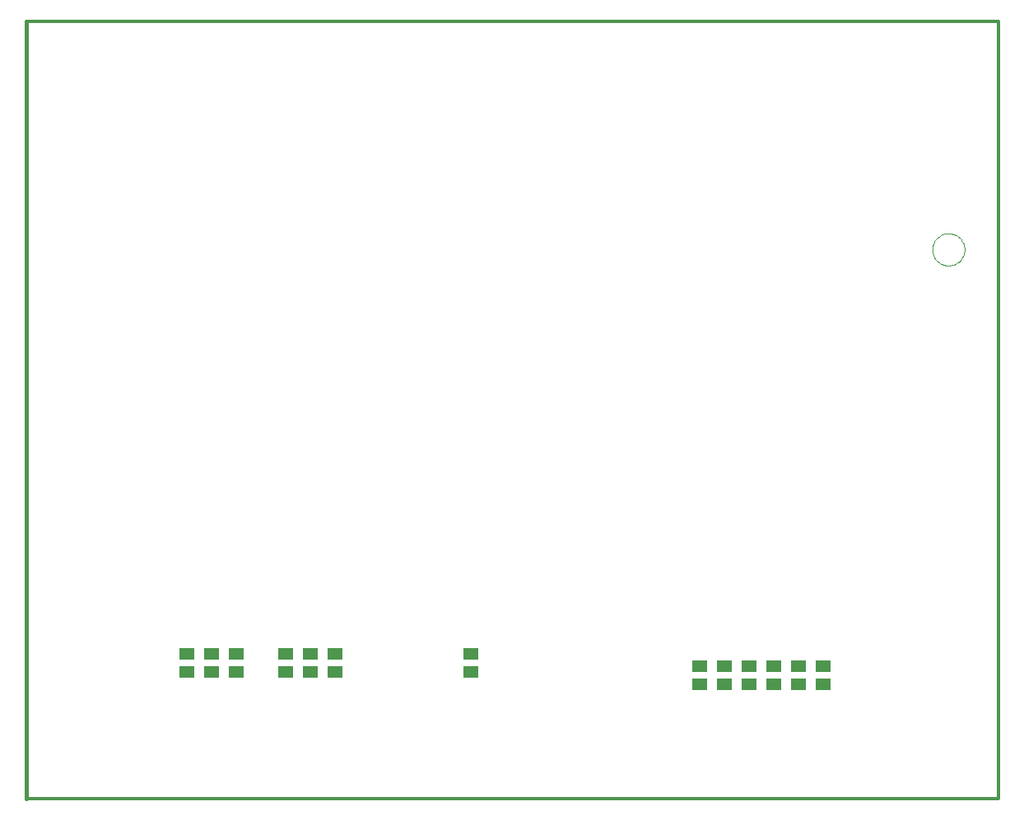
<source format=gbp>
G75*
%MOIN*%
%OFA0B0*%
%FSLAX24Y24*%
%IPPOS*%
%LPD*%
%AMOC8*
5,1,8,0,0,1.08239X$1,22.5*
%
%ADD10C,0.0120*%
%ADD11C,0.0160*%
%ADD12C,0.0000*%
%ADD13R,0.0591X0.0512*%
D10*
X013160Y000180D02*
X052530Y000180D01*
X052530Y031676D01*
X013160Y031676D01*
D11*
X013160Y000180D01*
D12*
X049848Y022430D02*
X049850Y022480D01*
X049856Y022530D01*
X049866Y022580D01*
X049879Y022628D01*
X049896Y022676D01*
X049917Y022722D01*
X049941Y022766D01*
X049969Y022808D01*
X050000Y022848D01*
X050034Y022885D01*
X050071Y022920D01*
X050110Y022951D01*
X050151Y022980D01*
X050195Y023005D01*
X050241Y023027D01*
X050288Y023045D01*
X050336Y023059D01*
X050385Y023070D01*
X050435Y023077D01*
X050485Y023080D01*
X050536Y023079D01*
X050586Y023074D01*
X050636Y023065D01*
X050684Y023053D01*
X050732Y023036D01*
X050778Y023016D01*
X050823Y022993D01*
X050866Y022966D01*
X050906Y022936D01*
X050944Y022903D01*
X050979Y022867D01*
X051012Y022828D01*
X051041Y022787D01*
X051067Y022744D01*
X051090Y022699D01*
X051109Y022652D01*
X051124Y022604D01*
X051136Y022555D01*
X051144Y022505D01*
X051148Y022455D01*
X051148Y022405D01*
X051144Y022355D01*
X051136Y022305D01*
X051124Y022256D01*
X051109Y022208D01*
X051090Y022161D01*
X051067Y022116D01*
X051041Y022073D01*
X051012Y022032D01*
X050979Y021993D01*
X050944Y021957D01*
X050906Y021924D01*
X050866Y021894D01*
X050823Y021867D01*
X050778Y021844D01*
X050732Y021824D01*
X050684Y021807D01*
X050636Y021795D01*
X050586Y021786D01*
X050536Y021781D01*
X050485Y021780D01*
X050435Y021783D01*
X050385Y021790D01*
X050336Y021801D01*
X050288Y021815D01*
X050241Y021833D01*
X050195Y021855D01*
X050151Y021880D01*
X050110Y021909D01*
X050071Y021940D01*
X050034Y021975D01*
X050000Y022012D01*
X049969Y022052D01*
X049941Y022094D01*
X049917Y022138D01*
X049896Y022184D01*
X049879Y022232D01*
X049866Y022280D01*
X049856Y022330D01*
X049850Y022380D01*
X049848Y022430D01*
D13*
X031160Y006054D03*
X031160Y005306D03*
X025660Y005306D03*
X025660Y006054D03*
X024660Y006054D03*
X024660Y005306D03*
X023660Y005306D03*
X023660Y006054D03*
X021660Y006054D03*
X020660Y006054D03*
X020660Y005306D03*
X021660Y005306D03*
X019660Y005306D03*
X019660Y006054D03*
X040410Y005554D03*
X040410Y004806D03*
X041410Y004806D03*
X041410Y005554D03*
X042410Y005554D03*
X042410Y004806D03*
X043410Y004806D03*
X043410Y005554D03*
X044410Y005554D03*
X045410Y005554D03*
X045410Y004806D03*
X044410Y004806D03*
M02*

</source>
